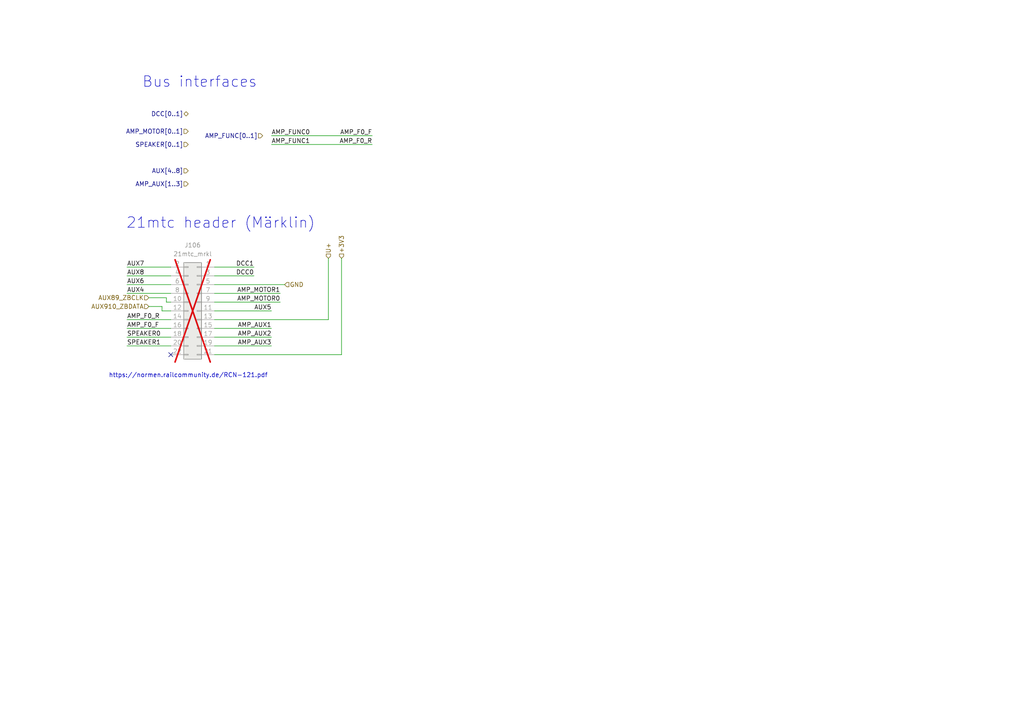
<source format=kicad_sch>
(kicad_sch (version 20231120) (generator "eeschema") (generator_version "8.0")
  (paper "A4")
  (title_block (title "xDuinoRail - LocDecoder - Development Kit") (date "2024-10-09") (rev "v0.2") (company "Chatelain Engineering, Bern - CH"))
  (lib_symbols
    (symbol "Connector_Generic:Conn_02x11_Odd_Even" (pin_names (offset 1.016) hide)
      (property "Reference" "J" (at 1.27 15.24 0))
      (property "Value" "Conn_02x11_Odd_Even" (at 1.27 -15.24 0))
      (symbol "Conn_02x11_Odd_Even_1_1"
        (rectangle (start -1.27 -12.573) (end 0 -12.827) (stroke (width 0.1524)))
        (rectangle (start -1.27 -10.033) (end 0 -10.287) (stroke (width 0.1524)))
        (rectangle (start -1.27 -7.493) (end 0 -7.747) (stroke (width 0.1524)))
        (rectangle (start -1.27 -4.953) (end 0 -5.207) (stroke (width 0.1524)))
        (rectangle (start -1.27 -2.413) (end 0 -2.667) (stroke (width 0.1524)))
        (rectangle (start -1.27 0.127) (end 0 -0.127) (stroke (width 0.1524)))
        (rectangle (start -1.27 2.667) (end 0 2.413) (stroke (width 0.1524)))
        (rectangle (start -1.27 5.207) (end 0 4.953) (stroke (width 0.1524)))
        (rectangle (start -1.27 7.747) (end 0 7.493) (stroke (width 0.1524)))
        (rectangle (start -1.27 10.287) (end 0 10.033) (stroke (width 0.1524)))
        (rectangle (start -1.27 12.827) (end 0 12.573) (stroke (width 0.1524)))
        (rectangle (start -1.27 13.97) (end 3.81 -13.97) (stroke (width 0.254)) (fill (type background)))
        (rectangle (start 3.81 -12.573) (end 2.54 -12.827) (stroke (width 0.1524)))
        (rectangle (start 3.81 -10.033) (end 2.54 -10.287) (stroke (width 0.1524)))
        (rectangle (start 3.81 -7.493) (end 2.54 -7.747) (stroke (width 0.1524)))
        (rectangle (start 3.81 -4.953) (end 2.54 -5.207) (stroke (width 0.1524)))
        (rectangle (start 3.81 -2.413) (end 2.54 -2.667) (stroke (width 0.1524)))
        (rectangle (start 3.81 0.127) (end 2.54 -0.127) (stroke (width 0.1524)))
        (rectangle (start 3.81 2.667) (end 2.54 2.413) (stroke (width 0.1524)))
        (rectangle (start 3.81 5.207) (end 2.54 4.953) (stroke (width 0.1524)))
        (rectangle (start 3.81 7.747) (end 2.54 7.493) (stroke (width 0.1524)))
        (rectangle (start 3.81 10.287) (end 2.54 10.033) (stroke (width 0.1524)))
        (rectangle (start 3.81 12.827) (end 2.54 12.573) (stroke (width 0.1524)))
        (pin passive line (at -5.08 12.7 0) (length 3.81) (name "Pin_1") (number "1"))
        (pin passive line (at 7.62 2.54 180) (length 3.81) (name "Pin_10") (number "10"))
        (pin passive line (at -5.08 0 0) (length 3.81) (name "Pin_11") (number "11"))
        (pin passive line (at 7.62 0 180) (length 3.81) (name "Pin_12") (number "12"))
        (pin passive line (at -5.08 -2.54 0) (length 3.81) (name "Pin_13") (number "13"))
        (pin passive line (at 7.62 -2.54 180) (length 3.81) (name "Pin_14") (number "14"))
        (pin passive line (at -5.08 -5.08 0) (length 3.81) (name "Pin_15") (number "15"))
        (pin passive line (at 7.62 -5.08 180) (length 3.81) (name "Pin_16") (number "16"))
        (pin passive line (at -5.08 -7.62 0) (length 3.81) (name "Pin_17") (number "17"))
        (pin passive line (at 7.62 -7.62 180) (length 3.81) (name "Pin_18") (number "18"))
        (pin passive line (at -5.08 -10.16 0) (length 3.81) (name "Pin_19") (number "19"))
        (pin passive line (at 7.62 12.7 180) (length 3.81) (name "Pin_2") (number "2"))
        (pin passive line (at 7.62 -10.16 180) (length 3.81) (name "Pin_20") (number "20"))
        (pin passive line (at -5.08 -12.7 0) (length 3.81) (name "Pin_21") (number "21"))
        (pin passive line (at 7.62 -12.7 180) (length 3.81) (name "Pin_22") (number "22"))
        (pin passive line (at -5.08 10.16 0) (length 3.81) (name "Pin_3") (number "3"))
        (pin passive line (at 7.62 10.16 180) (length 3.81) (name "Pin_4") (number "4"))
        (pin passive line (at -5.08 7.62 0) (length 3.81) (name "Pin_5") (number "5"))
        (pin passive line (at 7.62 7.62 180) (length 3.81) (name "Pin_6") (number "6"))
        (pin passive line (at -5.08 5.08 0) (length 3.81) (name "Pin_7") (number "7"))
        (pin passive line (at 7.62 5.08 180) (length 3.81) (name "Pin_8") (number "8"))
        (pin passive line (at -5.08 2.54 0) (length 3.81) (name "Pin_9") (number "9"))
      )
    )
  )
  (no_connect (at 49.53 102.87))
  (wire (pts (xy 62.23 102.87) (xy 99.06 102.87)))
  (wire (pts (xy 46.99 88.9) (xy 46.99 90.17)))
  (wire (pts (xy 36.83 80.01) (xy 49.53 80.01)))
  (wire (pts (xy 62.23 92.71) (xy 95.25 92.71)))
  (wire (pts (xy 62.23 90.17) (xy 78.74 90.17)))
  (wire (pts (xy 62.23 95.25) (xy 78.74 95.25)))
  (wire (pts (xy 36.83 77.47) (xy 49.53 77.47)))
  (wire (pts (xy 36.83 85.09) (xy 49.53 85.09)))
  (wire (pts (xy 36.83 92.71) (xy 49.53 92.71)))
  (wire (pts (xy 36.83 82.55) (xy 49.53 82.55)))
  (wire (pts (xy 62.23 97.79) (xy 78.74 97.79)))
  (wire (pts (xy 62.23 82.55) (xy 82.55 82.55)))
  (wire (pts (xy 43.18 86.36) (xy 48.26 86.36)))
  (wire (pts (xy 48.26 87.63) (xy 49.53 87.63)))
  (wire (pts (xy 48.26 86.36) (xy 48.26 87.63)))
  (wire (pts (xy 46.99 88.9) (xy 43.18 88.9)))
  (wire (pts (xy 99.06 74.93) (xy 99.06 102.87)))
  (wire (pts (xy 62.23 85.09) (xy 81.28 85.09)))
  (wire (pts (xy 49.53 90.17) (xy 46.99 90.17)))
  (wire (pts (xy 36.83 95.25) (xy 49.53 95.25)))
  (wire (pts (xy 62.23 80.01) (xy 73.66 80.01)))
  (wire (pts (xy 95.25 74.93) (xy 95.25 92.71)))
  (wire (pts (xy 62.23 77.47) (xy 73.66 77.47)))
  (wire (pts (xy 62.23 87.63) (xy 81.28 87.63)))
  (wire (pts (xy 78.74 39.37) (xy 107.95 39.37)))
  (wire (pts (xy 36.83 97.79) (xy 49.53 97.79)))
  (wire (pts (xy 78.74 41.91) (xy 107.95 41.91)))
  (wire (pts (xy 36.83 100.33) (xy 49.53 100.33)))
  (wire (pts (xy 62.23 100.33) (xy 78.74 100.33)))
  (text "21mtc header (Märklin)" (at 64.008 64.77 0) (effects (font (size 3.048 3.048))))
  (text "https://normen.railcommunity.de/RCN-121.pdf" (at 54.61 108.966 0) (effects (font (size 1.27 1.27))))
  (text "Bus interfaces" (at 57.912 23.876 0) (effects (font (size 3.048 3.048))))
  (label "AMP_MOTOR1" (at 81.28 85.09 180))
  (label "SPEAKER1" (at 36.83 100.33 0))
  (label "DCC0" (at 73.66 80.01 180))
  (label "AUX7" (at 36.83 77.47 0))
  (label "AMP_FUNC0" (at 78.74 39.37 0))
  (label "AUX5" (at 78.74 90.17 180))
  (label "AUX4" (at 36.83 85.09 0))
  (label "AMP_AUX1" (at 78.74 95.25 180))
  (label "AUX8" (at 36.83 80.01 0))
  (label "AUX6" (at 36.83 82.55 0))
  (label "AMP_F0_F" (at 36.83 95.25 0))
  (label "AMP_FUNC1" (at 78.74 41.91 0))
  (label "AMP_F0_F" (at 107.95 39.37 180))
  (label "DCC1" (at 73.66 77.47 180))
  (label "AMP_F0_R" (at 36.83 92.71 0))
  (label "AMP_F0_R" (at 107.95 41.91 180))
  (label "AMP_AUX3" (at 78.74 100.33 180))
  (label "AMP_MOTOR0" (at 81.28 87.63 180))
  (label "AMP_AUX2" (at 78.74 97.79 180))
  (label "SPEAKER0" (at 36.83 97.79 0))
  (hierarchical_label "AUX89_ZBCLK" (shape input) (at 43.18 86.36 180))
  (hierarchical_label "SPEAKER[0..1]" (shape input) (at 54.61 41.91 180))
  (hierarchical_label "AMP_MOTOR[0..1]" (shape input) (at 54.61 38.1 180))
  (hierarchical_label "AMP_FUNC[0..1]" (shape input) (at 76.2 39.37 180))
  (hierarchical_label "AUX910_ZBDATA" (shape input) (at 43.18 88.9 180))
  (hierarchical_label "GND" (shape input) (at 82.55 82.55 0))
  (hierarchical_label "AUX[4..8]" (shape input) (at 54.61 49.53 180))
  (hierarchical_label "+3V3" (shape input) (at 99.06 74.93 90))
  (hierarchical_label "U+" (shape input) (at 95.25 74.93 90))
  (hierarchical_label "AMP_AUX[1..3]" (shape input) (at 54.61 53.34 180))
  (hierarchical_label "DCC[0..1]" (shape bidirectional) (at 54.61 33.02 180))
  (symbol (lib_id "Connector_Generic:Conn_02x11_Odd_Even") (at 57.15 90.17 0) (mirror y) (unit 1) (exclude_from_sim yes) (in_bom no) (dnp yes)
    (property "Reference" "J106" (at 55.88 71.12 0))
    (property "Value" "21mtc_mrkl" (at 55.88 73.66 0))
    (property "Footprint" "Connector_PinSocket_1.27mm:PinSocket_2x11_P1.27mm_Vertical" (effects (hide yes)))
    (property "Description" "Generic connector, double row, 02x11, odd/even pin numbering scheme (row 1 odd numbers, row 2 even numbers), script generated (kicad-library-utils/schlib/autogen/connector/)" (effects (hide yes)))
  )
)
</source>
